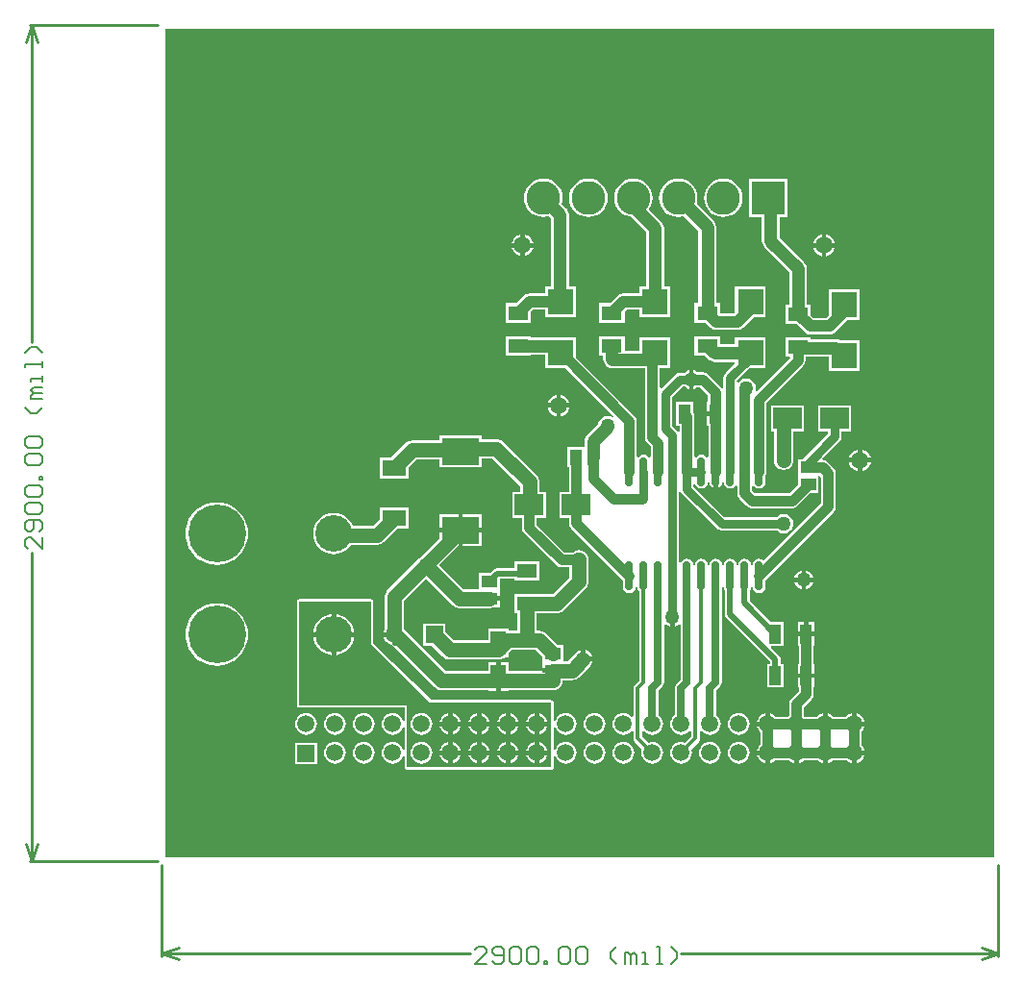
<source format=gtl>
%FSLAX42Y42*%
%MOMM*%
G71*
G01*
G75*
G04 Layer_Physical_Order=1*
G04 Layer_Color=255*
%ADD10R,1.40X1.10*%
%ADD11R,1.10X1.70*%
%ADD12R,1.80X1.30*%
%ADD13R,2.30X2.30*%
%ADD14R,2.10X1.40*%
%ADD15R,3.30X2.40*%
%ADD16R,2.55X1.85*%
%ADD17R,1.35X2.15*%
%ADD18R,1.10X1.40*%
%ADD19O,0.70X2.60*%
%ADD20C,1.27*%
%ADD21C,0.76*%
%ADD22C,1.14*%
%ADD23C,1.02*%
%ADD24C,0.89*%
%ADD25C,0.51*%
%ADD26C,0.64*%
%ADD27C,0.38*%
%ADD28C,0.25*%
%ADD29C,0.10*%
%ADD30C,0.15*%
%ADD31C,1.52*%
%ADD32C,2.97*%
%ADD33R,2.97X2.97*%
%ADD34R,1.50X1.50*%
%ADD35C,1.50*%
%ADD36C,3.23*%
%ADD37C,5.08*%
%ADD38C,1.27*%
G36*
X12539Y7781D02*
X5241D01*
Y15079D01*
X12539D01*
Y7781D01*
D02*
G37*
%LPC*%
G36*
X5690Y10016D02*
X5647Y10013D01*
X5605Y10003D01*
X5565Y9986D01*
X5528Y9964D01*
X5495Y9935D01*
X5467Y9903D01*
X5444Y9866D01*
X5428Y9826D01*
X5418Y9784D01*
X5414Y9741D01*
X5418Y9698D01*
X5428Y9656D01*
X5444Y9616D01*
X5467Y9579D01*
X5495Y9546D01*
X5528Y9518D01*
X5565Y9496D01*
X5605Y9479D01*
X5647Y9469D01*
X5690Y9466D01*
X5733Y9469D01*
X5775Y9479D01*
X5815Y9496D01*
X5851Y9518D01*
X5884Y9546D01*
X5912Y9579D01*
X5935Y9616D01*
X5951Y9656D01*
X5961Y9698D01*
X5965Y9741D01*
X5961Y9784D01*
X5951Y9826D01*
X5935Y9866D01*
X5912Y9903D01*
X5884Y9935D01*
X5851Y9964D01*
X5815Y9986D01*
X5775Y10003D01*
X5733Y10013D01*
X5690Y10016D01*
D02*
G37*
G36*
X8936Y9607D02*
Y9545D01*
X8997D01*
X8997Y9547D01*
X8989Y9567D01*
X8975Y9585D01*
X8958Y9598D01*
X8937Y9607D01*
X8936Y9607D01*
D02*
G37*
G36*
X7234Y9721D02*
X7161D01*
X7162Y9716D01*
X7171Y9693D01*
X7187Y9673D01*
X7206Y9658D01*
X7230Y9648D01*
X7234Y9647D01*
Y9721D01*
D02*
G37*
G36*
X10955Y9728D02*
X10804D01*
Y9643D01*
X10813D01*
Y9485D01*
X10804D01*
Y9400D01*
X10955D01*
Y9485D01*
X10945D01*
Y9643D01*
X10955D01*
Y9728D01*
D02*
G37*
G36*
X11323Y9047D02*
Y8974D01*
X11396D01*
X11396Y8978D01*
X11386Y9002D01*
X11371Y9021D01*
X11351Y9037D01*
X11328Y9046D01*
X11323Y9047D01*
D02*
G37*
G36*
X7049Y10054D02*
X6414D01*
X6406Y10052D01*
X6399Y10048D01*
X6394Y10041D01*
X6393Y10033D01*
Y9119D01*
X6394Y9111D01*
X6399Y9104D01*
X6406Y9099D01*
X6414Y9098D01*
X7345D01*
Y8985D01*
X7330Y8982D01*
X7322Y9002D01*
X7307Y9021D01*
X7287Y9037D01*
X7264Y9046D01*
X7239Y9050D01*
X7214Y9046D01*
X7191Y9037D01*
X7171Y9021D01*
X7156Y9002D01*
X7146Y8978D01*
X7143Y8954D01*
X7146Y8929D01*
X7156Y8905D01*
X7171Y8886D01*
X7191Y8870D01*
X7214Y8861D01*
X7239Y8857D01*
X7264Y8861D01*
X7287Y8870D01*
X7307Y8886D01*
X7322Y8905D01*
X7330Y8925D01*
X7345Y8922D01*
Y8731D01*
X7330Y8728D01*
X7322Y8748D01*
X7307Y8767D01*
X7287Y8783D01*
X7264Y8792D01*
X7239Y8796D01*
X7214Y8792D01*
X7191Y8783D01*
X7171Y8767D01*
X7156Y8748D01*
X7146Y8724D01*
X7143Y8700D01*
X7146Y8675D01*
X7156Y8651D01*
X7171Y8632D01*
X7191Y8616D01*
X7214Y8607D01*
X7239Y8603D01*
X7264Y8607D01*
X7287Y8616D01*
X7307Y8632D01*
X7322Y8651D01*
X7330Y8671D01*
X7345Y8668D01*
Y8572D01*
X7347Y8565D01*
X7351Y8558D01*
X7358Y8553D01*
X7366Y8552D01*
X8636D01*
X8644Y8553D01*
X8651Y8558D01*
X8655Y8565D01*
X8657Y8572D01*
Y8668D01*
X8672Y8671D01*
X8680Y8651D01*
X8695Y8632D01*
X8715Y8616D01*
X8738Y8607D01*
X8763Y8603D01*
X8788Y8607D01*
X8811Y8616D01*
X8831Y8632D01*
X8846Y8651D01*
X8856Y8675D01*
X8859Y8700D01*
X8856Y8724D01*
X8846Y8748D01*
X8831Y8767D01*
X8811Y8783D01*
X8788Y8792D01*
X8763Y8796D01*
X8738Y8792D01*
X8715Y8783D01*
X8695Y8767D01*
X8680Y8748D01*
X8672Y8728D01*
X8657Y8731D01*
Y8922D01*
X8672Y8925D01*
X8680Y8905D01*
X8695Y8886D01*
X8715Y8870D01*
X8738Y8861D01*
X8763Y8857D01*
X8788Y8861D01*
X8811Y8870D01*
X8831Y8886D01*
X8846Y8905D01*
X8856Y8929D01*
X8859Y8954D01*
X8856Y8978D01*
X8846Y9002D01*
X8831Y9021D01*
X8811Y9037D01*
X8788Y9046D01*
X8763Y9050D01*
X8738Y9046D01*
X8715Y9037D01*
X8695Y9021D01*
X8680Y9002D01*
X8672Y8982D01*
X8657Y8985D01*
Y9144D01*
X8655Y9152D01*
X8651Y9159D01*
X8644Y9163D01*
X8636Y9165D01*
X7578D01*
X7069Y9661D01*
Y10033D01*
X7068Y10041D01*
X7063Y10048D01*
X7056Y10052D01*
X7049Y10054D01*
D02*
G37*
G36*
X10955Y9360D02*
X10804D01*
Y9275D01*
X10813D01*
Y9243D01*
X10748Y9178D01*
X10734Y9157D01*
X10729Y9131D01*
Y9023D01*
X10727Y9021D01*
X10726Y9020D01*
X10610D01*
X10609Y9021D01*
X10589Y9037D01*
X10566Y9046D01*
X10561Y9047D01*
Y8953D01*
X10541D01*
Y8933D01*
X10448D01*
X10448Y8929D01*
X10458Y8905D01*
X10473Y8886D01*
X10475Y8884D01*
Y8769D01*
X10473Y8767D01*
X10458Y8748D01*
X10448Y8724D01*
X10448Y8720D01*
X10541D01*
Y8700D01*
X10561D01*
Y8606D01*
X10566Y8607D01*
X10589Y8616D01*
X10609Y8632D01*
X10610Y8633D01*
X10726D01*
X10727Y8632D01*
X10747Y8616D01*
X10770Y8607D01*
X10775Y8606D01*
Y8700D01*
X10815D01*
Y8606D01*
X10820Y8607D01*
X10843Y8616D01*
X10863Y8632D01*
X10864Y8633D01*
X10980D01*
X10981Y8632D01*
X11001Y8616D01*
X11024Y8607D01*
X11029Y8606D01*
Y8700D01*
X11069D01*
Y8606D01*
X11074Y8607D01*
X11097Y8616D01*
X11117Y8632D01*
X11118Y8633D01*
X11234D01*
X11235Y8632D01*
X11255Y8616D01*
X11278Y8607D01*
X11283Y8606D01*
Y8700D01*
X11303D01*
Y8720D01*
X11396D01*
X11396Y8724D01*
X11386Y8748D01*
X11371Y8767D01*
X11369Y8769D01*
Y8884D01*
X11371Y8886D01*
X11386Y8905D01*
X11396Y8929D01*
X11396Y8933D01*
X11303D01*
Y8953D01*
X11283D01*
Y9047D01*
X11278Y9046D01*
X11255Y9037D01*
X11235Y9021D01*
X11234Y9020D01*
X11118D01*
X11117Y9021D01*
X11097Y9037D01*
X11074Y9046D01*
X11069Y9047D01*
Y8953D01*
X11029D01*
Y9047D01*
X11024Y9046D01*
X11001Y9037D01*
X10981Y9021D01*
X10980Y9020D01*
X10864D01*
X10863Y9021D01*
X10861Y9023D01*
Y9104D01*
X10926Y9169D01*
X10940Y9190D01*
X10945Y9215D01*
X10945Y9215D01*
X10945Y9215D01*
Y9215D01*
Y9275D01*
X10955D01*
Y9360D01*
D02*
G37*
G36*
X8021Y11495D02*
X7651D01*
Y11451D01*
X7409D01*
X7387Y11448D01*
X7377Y11444D01*
X7366Y11440D01*
X7349Y11426D01*
X7222Y11300D01*
X7126D01*
Y11119D01*
X7377D01*
Y11215D01*
X7444Y11282D01*
X7651D01*
Y11214D01*
X8021D01*
Y11295D01*
X8118D01*
X8361Y11052D01*
Y10997D01*
X8293D01*
Y10771D01*
X8375D01*
Y10685D01*
X8375Y10685D01*
X8375D01*
X8380Y10660D01*
X8395Y10638D01*
X8678Y10355D01*
X8700Y10340D01*
X8725Y10335D01*
X8793D01*
Y10246D01*
X8646Y10100D01*
X8530D01*
Y10100D01*
X8310D01*
Y9930D01*
X8336D01*
Y9775D01*
X8258D01*
Y9798D01*
X8082D01*
Y9691D01*
X7774D01*
X7700Y9765D01*
Y9836D01*
X7509D01*
Y9646D01*
X7580D01*
X7679Y9547D01*
X7679Y9547D01*
X7679D01*
X7679Y9547D01*
X7679D01*
X7679Y9547D01*
Y9547D01*
Y9547D01*
D01*
D01*
X7679D01*
Y9547D01*
X7697Y9533D01*
X7711Y9527D01*
X7717Y9525D01*
X7739Y9522D01*
X8170D01*
X8192Y9525D01*
X8204Y9530D01*
X8213Y9533D01*
X8224Y9542D01*
X8258D01*
Y9575D01*
X8289Y9606D01*
X8498D01*
X8558Y9545D01*
Y9499D01*
Y9445D01*
X8649D01*
Y9404D01*
X8558D01*
Y9419D01*
X8258D01*
Y9499D01*
X8191D01*
Y9371D01*
Y9243D01*
X8258D01*
Y9250D01*
X8649D01*
X8671Y9253D01*
X8691Y9261D01*
X8708Y9275D01*
X8722Y9292D01*
X8730Y9313D01*
X8733Y9335D01*
Y9340D01*
X8815D01*
X8837Y9343D01*
X8849Y9348D01*
X8857Y9351D01*
X8875Y9365D01*
X8875Y9365D01*
X8875Y9365D01*
X8975Y9465D01*
X8989Y9483D01*
X8995Y9497D01*
X8997Y9503D01*
X8997Y9505D01*
X8915D01*
Y9525D01*
X8895D01*
Y9607D01*
X8894Y9607D01*
X8888Y9604D01*
X8873Y9598D01*
X8856Y9585D01*
X8780Y9509D01*
X8739D01*
Y9650D01*
X8693D01*
X8593Y9750D01*
X8575Y9763D01*
X8567Y9767D01*
X8555Y9772D01*
X8533Y9775D01*
X8505D01*
Y9930D01*
X8530D01*
Y9930D01*
X8682D01*
X8703Y9933D01*
X8715Y9938D01*
X8724Y9942D01*
X8741Y9955D01*
X8741Y9955D01*
X8741Y9955D01*
X8937Y10151D01*
X8937Y10151D01*
X8937Y10151D01*
X8951Y10169D01*
X8956Y10183D01*
X8959Y10189D01*
X8962Y10211D01*
X8962Y10211D01*
X8962Y10211D01*
Y10211D01*
Y10401D01*
X8959Y10423D01*
X8951Y10444D01*
X8937Y10461D01*
X8920Y10475D01*
X8899Y10483D01*
X8877Y10486D01*
X8855Y10483D01*
X8835Y10475D01*
X8826Y10467D01*
X8752D01*
X8507Y10712D01*
Y10771D01*
X8589D01*
Y10997D01*
X8530D01*
Y11087D01*
X8527Y11109D01*
X8523Y11119D01*
X8519Y11129D01*
X8505Y11147D01*
X8213Y11439D01*
X8196Y11452D01*
X8187Y11456D01*
X8175Y11461D01*
X8153Y11464D01*
X8021D01*
Y11495D01*
D02*
G37*
G36*
X7816Y10639D02*
X7651D01*
Y10594D01*
X7471Y10415D01*
X7195Y10138D01*
X7181Y10120D01*
X7178Y10112D01*
X7173Y10100D01*
X7170Y10078D01*
Y9786D01*
X7162Y9766D01*
X7161Y9761D01*
X7255D01*
Y9741D01*
X7275D01*
Y9647D01*
X7254Y9645D01*
X7239Y9647D01*
X7611Y9275D01*
X7611Y9275D01*
X7611D01*
X7611Y9275D01*
X7611D01*
X7611Y9275D01*
Y9275D01*
Y9275D01*
D01*
D01*
X7611D01*
Y9275D01*
X7629Y9261D01*
X7639Y9257D01*
X7649Y9253D01*
X7671Y9250D01*
X8082D01*
Y9243D01*
X8150D01*
Y9371D01*
Y9499D01*
X8082D01*
Y9419D01*
X7706D01*
X7339Y9786D01*
X7339Y9786D01*
Y10043D01*
X7531Y10235D01*
X7767Y10000D01*
X7784Y9986D01*
X7794Y9982D01*
X7804Y9978D01*
X7826Y9975D01*
X8090D01*
X8112Y9978D01*
X8127Y9984D01*
X8180D01*
Y10039D01*
X8090D01*
Y10080D01*
X8180D01*
Y10134D01*
Y10233D01*
X8310D01*
Y10220D01*
X8530D01*
Y10390D01*
X8310D01*
Y10326D01*
X8160D01*
X8145Y10323D01*
X8142Y10323D01*
X8127Y10313D01*
X8099Y10285D01*
X8000D01*
Y10144D01*
X7861D01*
X7651Y10355D01*
X7815Y10519D01*
X7816D01*
Y10639D01*
D02*
G37*
G36*
X10838Y10305D02*
X10837Y10305D01*
X10816Y10297D01*
X10799Y10283D01*
X10785Y10266D01*
X10777Y10245D01*
X10777Y10244D01*
X10838D01*
Y10305D01*
D02*
G37*
G36*
X10940Y10203D02*
X10879D01*
Y10142D01*
X10880Y10142D01*
X10901Y10150D01*
X10918Y10164D01*
X10932Y10181D01*
X10940Y10202D01*
X10940Y10203D01*
D02*
G37*
G36*
X10859Y9854D02*
X10804D01*
Y9769D01*
X10859D01*
Y9854D01*
D02*
G37*
G36*
X10955D02*
X10900D01*
Y9769D01*
X10955D01*
Y9854D01*
D02*
G37*
G36*
X10838Y10203D02*
X10777D01*
X10777Y10202D01*
X10785Y10181D01*
X10799Y10164D01*
X10816Y10150D01*
X10837Y10142D01*
X10838Y10142D01*
Y10203D01*
D02*
G37*
G36*
X10521Y9047D02*
X10516Y9046D01*
X10493Y9037D01*
X10473Y9021D01*
X10458Y9002D01*
X10448Y8978D01*
X10448Y8974D01*
X10521D01*
Y9047D01*
D02*
G37*
G36*
X9271Y8796D02*
X9246Y8792D01*
X9223Y8783D01*
X9203Y8767D01*
X9188Y8748D01*
X9178Y8724D01*
X9175Y8700D01*
X9178Y8675D01*
X9188Y8651D01*
X9203Y8632D01*
X9223Y8616D01*
X9246Y8607D01*
X9271Y8603D01*
X9296Y8607D01*
X9319Y8616D01*
X9339Y8632D01*
X9354Y8651D01*
X9364Y8675D01*
X9367Y8700D01*
X9364Y8724D01*
X9354Y8748D01*
X9339Y8767D01*
X9319Y8783D01*
X9296Y8792D01*
X9271Y8796D01*
D02*
G37*
G36*
X10033D02*
X10008Y8792D01*
X9985Y8783D01*
X9965Y8767D01*
X9950Y8748D01*
X9940Y8724D01*
X9937Y8700D01*
X9940Y8675D01*
X9950Y8651D01*
X9965Y8632D01*
X9985Y8616D01*
X10008Y8607D01*
X10033Y8603D01*
X10058Y8607D01*
X10081Y8616D01*
X10101Y8632D01*
X10116Y8651D01*
X10126Y8675D01*
X10129Y8700D01*
X10126Y8724D01*
X10116Y8748D01*
X10101Y8767D01*
X10081Y8783D01*
X10058Y8792D01*
X10033Y8796D01*
D02*
G37*
G36*
X10287D02*
X10262Y8792D01*
X10239Y8783D01*
X10219Y8767D01*
X10204Y8748D01*
X10194Y8724D01*
X10191Y8700D01*
X10194Y8675D01*
X10204Y8651D01*
X10219Y8632D01*
X10239Y8616D01*
X10262Y8607D01*
X10287Y8603D01*
X10312Y8607D01*
X10335Y8616D01*
X10355Y8632D01*
X10370Y8651D01*
X10380Y8675D01*
X10383Y8700D01*
X10380Y8724D01*
X10370Y8748D01*
X10355Y8767D01*
X10335Y8783D01*
X10312Y8792D01*
X10287Y8796D01*
D02*
G37*
G36*
X9017D02*
X8992Y8792D01*
X8969Y8783D01*
X8949Y8767D01*
X8934Y8748D01*
X8924Y8724D01*
X8921Y8700D01*
X8924Y8675D01*
X8934Y8651D01*
X8949Y8632D01*
X8969Y8616D01*
X8992Y8607D01*
X9017Y8603D01*
X9042Y8607D01*
X9065Y8616D01*
X9085Y8632D01*
X9100Y8651D01*
X9110Y8675D01*
X9113Y8700D01*
X9110Y8724D01*
X9100Y8748D01*
X9085Y8767D01*
X9065Y8783D01*
X9042Y8792D01*
X9017Y8796D01*
D02*
G37*
G36*
X6572Y8790D02*
X6382D01*
Y8599D01*
X6572D01*
Y8790D01*
D02*
G37*
G36*
X6731Y8796D02*
X6706Y8792D01*
X6683Y8783D01*
X6663Y8767D01*
X6648Y8748D01*
X6638Y8724D01*
X6635Y8700D01*
X6638Y8675D01*
X6648Y8651D01*
X6663Y8632D01*
X6683Y8616D01*
X6706Y8607D01*
X6731Y8603D01*
X6756Y8607D01*
X6779Y8616D01*
X6799Y8632D01*
X6814Y8651D01*
X6824Y8675D01*
X6827Y8700D01*
X6824Y8724D01*
X6814Y8748D01*
X6799Y8767D01*
X6779Y8783D01*
X6756Y8792D01*
X6731Y8796D01*
D02*
G37*
G36*
X6985D02*
X6960Y8792D01*
X6937Y8783D01*
X6917Y8767D01*
X6902Y8748D01*
X6892Y8724D01*
X6889Y8700D01*
X6892Y8675D01*
X6902Y8651D01*
X6917Y8632D01*
X6937Y8616D01*
X6960Y8607D01*
X6985Y8603D01*
X7010Y8607D01*
X7033Y8616D01*
X7053Y8632D01*
X7068Y8651D01*
X7078Y8675D01*
X7081Y8700D01*
X7078Y8724D01*
X7068Y8748D01*
X7053Y8767D01*
X7033Y8783D01*
X7010Y8792D01*
X6985Y8796D01*
D02*
G37*
G36*
Y9050D02*
X6960Y9046D01*
X6937Y9037D01*
X6917Y9021D01*
X6902Y9002D01*
X6892Y8978D01*
X6889Y8954D01*
X6892Y8929D01*
X6902Y8905D01*
X6917Y8886D01*
X6937Y8870D01*
X6960Y8861D01*
X6985Y8857D01*
X7010Y8861D01*
X7033Y8870D01*
X7053Y8886D01*
X7068Y8905D01*
X7078Y8929D01*
X7081Y8954D01*
X7078Y8978D01*
X7068Y9002D01*
X7053Y9021D01*
X7033Y9037D01*
X7010Y9046D01*
X6985Y9050D01*
D02*
G37*
G36*
X9017D02*
X8992Y9046D01*
X8969Y9037D01*
X8949Y9021D01*
X8934Y9002D01*
X8924Y8978D01*
X8921Y8954D01*
X8924Y8929D01*
X8934Y8905D01*
X8949Y8886D01*
X8969Y8870D01*
X8992Y8861D01*
X9017Y8857D01*
X9042Y8861D01*
X9065Y8870D01*
X9085Y8886D01*
X9100Y8905D01*
X9110Y8929D01*
X9113Y8954D01*
X9110Y8978D01*
X9100Y9002D01*
X9085Y9021D01*
X9065Y9037D01*
X9042Y9046D01*
X9017Y9050D01*
D02*
G37*
G36*
X10287D02*
X10262Y9046D01*
X10239Y9037D01*
X10219Y9021D01*
X10204Y9002D01*
X10194Y8978D01*
X10191Y8954D01*
X10194Y8929D01*
X10204Y8905D01*
X10219Y8886D01*
X10239Y8870D01*
X10262Y8861D01*
X10287Y8857D01*
X10312Y8861D01*
X10335Y8870D01*
X10355Y8886D01*
X10370Y8905D01*
X10380Y8929D01*
X10383Y8954D01*
X10380Y8978D01*
X10370Y9002D01*
X10355Y9021D01*
X10335Y9037D01*
X10312Y9046D01*
X10287Y9050D01*
D02*
G37*
G36*
X6731D02*
X6706Y9046D01*
X6683Y9037D01*
X6663Y9021D01*
X6648Y9002D01*
X6638Y8978D01*
X6635Y8954D01*
X6638Y8929D01*
X6648Y8905D01*
X6663Y8886D01*
X6683Y8870D01*
X6706Y8861D01*
X6731Y8857D01*
X6756Y8861D01*
X6779Y8870D01*
X6799Y8886D01*
X6814Y8905D01*
X6824Y8929D01*
X6827Y8954D01*
X6824Y8978D01*
X6814Y9002D01*
X6799Y9021D01*
X6779Y9037D01*
X6756Y9046D01*
X6731Y9050D01*
D02*
G37*
G36*
X10521Y8679D02*
X10448D01*
X10448Y8675D01*
X10458Y8651D01*
X10473Y8632D01*
X10493Y8616D01*
X10516Y8607D01*
X10521Y8606D01*
Y8679D01*
D02*
G37*
G36*
X11396D02*
X11323D01*
Y8606D01*
X11328Y8607D01*
X11351Y8616D01*
X11371Y8632D01*
X11386Y8651D01*
X11396Y8675D01*
X11396Y8679D01*
D02*
G37*
G36*
X6477Y9050D02*
X6452Y9046D01*
X6429Y9037D01*
X6409Y9021D01*
X6394Y9002D01*
X6384Y8978D01*
X6381Y8954D01*
X6384Y8929D01*
X6394Y8905D01*
X6409Y8886D01*
X6429Y8870D01*
X6452Y8861D01*
X6477Y8857D01*
X6502Y8861D01*
X6525Y8870D01*
X6545Y8886D01*
X6560Y8905D01*
X6570Y8929D01*
X6573Y8954D01*
X6570Y8978D01*
X6560Y9002D01*
X6545Y9021D01*
X6525Y9037D01*
X6502Y9046D01*
X6477Y9050D01*
D02*
G37*
G36*
X10879Y10305D02*
Y10244D01*
X10940D01*
X10940Y10245D01*
X10932Y10266D01*
X10918Y10283D01*
X10901Y10297D01*
X10880Y10305D01*
X10879Y10305D01*
D02*
G37*
G36*
X8402Y13265D02*
Y13190D01*
X8477D01*
X8476Y13195D01*
X8466Y13219D01*
X8451Y13239D01*
X8431Y13254D01*
X8407Y13264D01*
X8402Y13265D01*
D02*
G37*
G36*
X8362D02*
X8357Y13264D01*
X8333Y13254D01*
X8313Y13239D01*
X8298Y13219D01*
X8288Y13195D01*
X8287Y13190D01*
X8362D01*
Y13265D01*
D02*
G37*
G36*
X11131Y13150D02*
X11057D01*
Y13075D01*
X11061Y13076D01*
X11085Y13086D01*
X11105Y13101D01*
X11121Y13121D01*
X11130Y13145D01*
X11131Y13150D01*
D02*
G37*
G36*
X11016Y13265D02*
X11011Y13264D01*
X10988Y13254D01*
X10967Y13239D01*
X10952Y13219D01*
X10942Y13195D01*
X10942Y13190D01*
X11016D01*
Y13265D01*
D02*
G37*
G36*
X8794Y11740D02*
X8720D01*
Y11666D01*
X8725Y11666D01*
X8748Y11676D01*
X8768Y11691D01*
X8784Y11712D01*
X8794Y11735D01*
X8794Y11740D01*
D02*
G37*
G36*
X8679Y11855D02*
X8674Y11854D01*
X8651Y11845D01*
X8631Y11829D01*
X8615Y11809D01*
X8605Y11785D01*
X8605Y11781D01*
X8679D01*
Y11855D01*
D02*
G37*
G36*
X8720D02*
Y11781D01*
X8794D01*
X8794Y11785D01*
X8784Y11809D01*
X8768Y11829D01*
X8748Y11845D01*
X8725Y11854D01*
X8720Y11855D01*
D02*
G37*
G36*
X11016Y13150D02*
X10942D01*
X10942Y13145D01*
X10952Y13121D01*
X10967Y13101D01*
X10988Y13086D01*
X11011Y13076D01*
X11016Y13075D01*
Y13150D01*
D02*
G37*
G36*
X9754Y13759D02*
X9720Y13755D01*
X9689Y13746D01*
X9659Y13730D01*
X9634Y13709D01*
X9612Y13683D01*
X9597Y13654D01*
X9587Y13622D01*
X9584Y13589D01*
X9587Y13556D01*
X9597Y13524D01*
X9612Y13495D01*
X9634Y13469D01*
X9659Y13448D01*
X9689Y13432D01*
X9720Y13423D01*
X9754Y13419D01*
X9787Y13423D01*
X9804Y13428D01*
X9929Y13303D01*
Y12661D01*
X9897D01*
Y12491D01*
X9991D01*
X10036Y12446D01*
X10051Y12435D01*
X10060Y12431D01*
X10068Y12428D01*
X10087Y12425D01*
X10274D01*
X10293Y12428D01*
X10298Y12430D01*
X10310Y12435D01*
X10325Y12446D01*
X10415Y12536D01*
X10524D01*
Y12806D01*
X10253D01*
Y12577D01*
X10245Y12569D01*
X10118D01*
Y12661D01*
X10086D01*
Y13335D01*
X10083Y13355D01*
X10075Y13374D01*
X10063Y13390D01*
X9915Y13538D01*
X9920Y13556D01*
X9923Y13589D01*
X9920Y13622D01*
X9910Y13654D01*
X9895Y13683D01*
X9874Y13709D01*
X9848Y13730D01*
X9819Y13746D01*
X9787Y13755D01*
X9754Y13759D01*
D02*
G37*
G36*
X8566D02*
X8532Y13755D01*
X8501Y13746D01*
X8471Y13730D01*
X8446Y13709D01*
X8424Y13683D01*
X8409Y13654D01*
X8399Y13622D01*
X8396Y13589D01*
X8399Y13556D01*
X8409Y13524D01*
X8424Y13495D01*
X8446Y13469D01*
X8471Y13448D01*
X8501Y13432D01*
X8532Y13423D01*
X8566Y13419D01*
X8599Y13423D01*
X8616Y13428D01*
X8634Y13410D01*
Y12806D01*
X8585D01*
Y12746D01*
X8443D01*
X8424Y12744D01*
X8414Y12740D01*
X8407Y12737D01*
X8392Y12725D01*
X8328Y12661D01*
X8234D01*
Y12491D01*
X8454D01*
Y12585D01*
X8472Y12603D01*
X8585D01*
Y12536D01*
X8856D01*
Y12806D01*
X8790D01*
Y13442D01*
X8790Y13442D01*
X8788Y13463D01*
X8780Y13481D01*
X8773Y13491D01*
X8767Y13498D01*
X8767Y13498D01*
X8727Y13538D01*
X8732Y13556D01*
X8735Y13589D01*
X8732Y13622D01*
X8722Y13654D01*
X8707Y13683D01*
X8686Y13709D01*
X8660Y13730D01*
X8631Y13746D01*
X8599Y13755D01*
X8566Y13759D01*
D02*
G37*
G36*
X9358D02*
X9324Y13755D01*
X9293Y13746D01*
X9263Y13730D01*
X9238Y13709D01*
X9216Y13683D01*
X9201Y13654D01*
X9191Y13622D01*
X9188Y13589D01*
X9191Y13556D01*
X9201Y13524D01*
X9216Y13495D01*
X9238Y13469D01*
X9263Y13448D01*
X9293Y13432D01*
X9324Y13423D01*
X9341Y13421D01*
X9472Y13290D01*
Y12806D01*
X9415D01*
Y12746D01*
X9268D01*
X9249Y12744D01*
X9239Y12740D01*
X9232Y12737D01*
X9217Y12725D01*
X9153Y12661D01*
X9059D01*
Y12491D01*
X9280D01*
Y12585D01*
X9298Y12603D01*
X9415D01*
Y12536D01*
X9686D01*
Y12806D01*
X9629D01*
Y13322D01*
X9629Y13322D01*
X9626Y13343D01*
X9618Y13361D01*
X9606Y13378D01*
X9494Y13489D01*
X9499Y13495D01*
X9514Y13524D01*
X9524Y13556D01*
X9527Y13589D01*
X9524Y13622D01*
X9514Y13654D01*
X9499Y13683D01*
X9478Y13709D01*
X9452Y13730D01*
X9423Y13746D01*
X9391Y13755D01*
X9358Y13759D01*
D02*
G37*
G36*
X10715Y13758D02*
X10377D01*
Y13420D01*
X10488D01*
Y13208D01*
X10488Y13208D01*
X10488D01*
X10491Y13188D01*
X10499Y13169D01*
X10511Y13153D01*
X10730Y12934D01*
Y12651D01*
X10697D01*
Y12480D01*
X10792D01*
X10864Y12408D01*
X10879Y12397D01*
X10896Y12389D01*
X10915Y12387D01*
X11087D01*
X11106Y12389D01*
X11111Y12392D01*
X11123Y12397D01*
X11138Y12408D01*
X11240Y12510D01*
X11349D01*
Y12781D01*
X11079D01*
Y12552D01*
X11057Y12530D01*
X10944D01*
X10918Y12557D01*
Y12651D01*
X10886D01*
Y12967D01*
X10883Y12987D01*
X10875Y13006D01*
X10863Y13022D01*
X10863Y13022D01*
X10645Y13240D01*
Y13420D01*
X10715D01*
Y13758D01*
D02*
G37*
G36*
X8477Y13150D02*
X8402D01*
Y13075D01*
X8407Y13076D01*
X8431Y13086D01*
X8451Y13101D01*
X8466Y13121D01*
X8476Y13145D01*
X8477Y13150D01*
D02*
G37*
G36*
X8362D02*
X8287D01*
X8288Y13145D01*
X8298Y13121D01*
X8313Y13101D01*
X8333Y13086D01*
X8357Y13076D01*
X8362Y13075D01*
Y13150D01*
D02*
G37*
G36*
X10118Y12371D02*
X9897D01*
Y12201D01*
X9982D01*
X10017Y12166D01*
X10017Y12166D01*
X10024Y12160D01*
X10034Y12153D01*
X10052Y12146D01*
X10073Y12143D01*
X10073Y12143D01*
X10253D01*
Y12128D01*
X10169Y12044D01*
X10156Y12024D01*
X10151Y12001D01*
Y11914D01*
X10137Y11910D01*
X10126Y11926D01*
X10016Y12035D01*
X9995Y12050D01*
X9969Y12055D01*
X9920D01*
X9910Y12062D01*
X9890Y12070D01*
X9888Y12071D01*
Y11989D01*
Y11907D01*
X9890Y11907D01*
X9910Y11916D01*
X9920Y11923D01*
X9942D01*
X10013Y11852D01*
Y11789D01*
X10004D01*
Y11704D01*
X10079D01*
Y11664D01*
X10004D01*
Y11579D01*
X10018D01*
Y11308D01*
X10003Y11304D01*
X9997Y11314D01*
X9978Y11326D01*
X9957Y11330D01*
X9935Y11326D01*
X9917Y11314D01*
X9910Y11304D01*
X9896Y11308D01*
Y11663D01*
X9891Y11689D01*
X9884Y11698D01*
Y11789D01*
X9734D01*
Y11579D01*
X9764D01*
Y11534D01*
X9749Y11529D01*
X9745Y11536D01*
X9699Y11582D01*
Y11837D01*
X9791Y11929D01*
X9808D01*
X9808Y11929D01*
X9826Y11916D01*
X9846Y11907D01*
X9848Y11907D01*
Y11989D01*
Y12071D01*
X9846Y12070D01*
X9826Y12062D01*
X9808Y12049D01*
X9808Y12048D01*
X9766D01*
X9744Y12044D01*
X9724Y12031D01*
X9605Y11912D01*
X9591Y11918D01*
Y12086D01*
X9686D01*
Y12356D01*
X9415D01*
Y12245D01*
X9280D01*
Y12371D01*
X9059D01*
Y12201D01*
X9091D01*
Y12167D01*
X9094Y12146D01*
X9102Y12128D01*
X9114Y12111D01*
X9130Y12099D01*
X9149Y12091D01*
X9169Y12088D01*
X9415D01*
Y12086D01*
X9459D01*
Y11481D01*
X9459Y11481D01*
X9459D01*
X9464Y11456D01*
X9478Y11434D01*
X9510Y11403D01*
Y11308D01*
X9495Y11304D01*
X9489Y11314D01*
X9470Y11326D01*
X9449Y11330D01*
X9427Y11326D01*
X9409Y11314D01*
X9402Y11304D01*
X9388Y11308D01*
Y11621D01*
X9383Y11646D01*
X9368Y11667D01*
X8856Y12180D01*
Y12356D01*
X8688D01*
X8675Y12361D01*
X8655Y12364D01*
X8454D01*
Y12371D01*
X8234D01*
Y12201D01*
X8454D01*
Y12208D01*
X8585D01*
Y12086D01*
X8763D01*
X9180Y11669D01*
X9171Y11657D01*
X9153Y11664D01*
X9131Y11667D01*
X9109Y11664D01*
X9089Y11656D01*
X9072Y11642D01*
X9058Y11625D01*
X9050Y11604D01*
X9049Y11598D01*
X8948Y11497D01*
X8935Y11481D01*
X8928Y11462D01*
X8925Y11442D01*
Y11393D01*
X8778D01*
Y11213D01*
X8790D01*
Y10997D01*
X8708D01*
Y10771D01*
X8790D01*
Y10724D01*
X8790Y10724D01*
X8790D01*
X8795Y10699D01*
X8810Y10678D01*
X9265Y10222D01*
Y10164D01*
X9270Y10142D01*
X9282Y10124D01*
X9300Y10112D01*
X9322Y10107D01*
X9343Y10112D01*
X9362Y10124D01*
X9374Y10142D01*
X9378Y10161D01*
X9393D01*
X9397Y10142D01*
X9409Y10124D01*
Y9338D01*
X9370Y9299D01*
X9361Y9286D01*
X9358Y9271D01*
Y9021D01*
X9343Y9016D01*
X9339Y9021D01*
X9319Y9037D01*
X9296Y9046D01*
X9271Y9050D01*
X9246Y9046D01*
X9223Y9037D01*
X9203Y9021D01*
X9188Y9002D01*
X9178Y8978D01*
X9175Y8954D01*
X9178Y8929D01*
X9188Y8905D01*
X9203Y8886D01*
X9223Y8870D01*
X9246Y8861D01*
X9271Y8857D01*
X9296Y8861D01*
X9319Y8870D01*
X9339Y8886D01*
X9343Y8891D01*
X9358Y8886D01*
Y8826D01*
X9358Y8826D01*
X9358D01*
X9361Y8811D01*
X9370Y8798D01*
X9435Y8732D01*
X9432Y8724D01*
X9429Y8700D01*
X9432Y8675D01*
X9442Y8651D01*
X9457Y8632D01*
X9477Y8616D01*
X9500Y8607D01*
X9525Y8603D01*
X9550Y8607D01*
X9573Y8616D01*
X9593Y8632D01*
X9608Y8651D01*
X9618Y8675D01*
X9621Y8700D01*
X9618Y8724D01*
X9608Y8748D01*
X9593Y8767D01*
X9573Y8783D01*
X9550Y8792D01*
X9525Y8796D01*
X9500Y8792D01*
X9492Y8789D01*
X9438Y8843D01*
Y8886D01*
X9453Y8891D01*
X9457Y8886D01*
X9477Y8870D01*
X9500Y8861D01*
X9525Y8857D01*
X9550Y8861D01*
X9573Y8870D01*
X9593Y8886D01*
X9608Y8905D01*
X9618Y8929D01*
X9621Y8954D01*
X9618Y8978D01*
X9608Y9002D01*
X9593Y9021D01*
X9578Y9033D01*
Y9249D01*
X9612Y9283D01*
X9612Y9283D01*
X9624Y9300D01*
X9628Y9321D01*
X9628Y9321D01*
Y9830D01*
X9642Y9835D01*
X9643Y9834D01*
X9661Y9820D01*
X9681Y9812D01*
X9682Y9811D01*
Y9893D01*
X9723D01*
Y9811D01*
X9725Y9812D01*
X9745Y9820D01*
X9763Y9834D01*
X9777Y9823D01*
Y9344D01*
X9741Y9309D01*
X9730Y9291D01*
X9726Y9271D01*
X9726Y9271D01*
Y9033D01*
X9711Y9021D01*
X9696Y9002D01*
X9686Y8978D01*
X9683Y8954D01*
X9686Y8929D01*
X9696Y8905D01*
X9711Y8886D01*
X9731Y8870D01*
X9754Y8861D01*
X9779Y8857D01*
X9804Y8861D01*
X9827Y8870D01*
X9847Y8886D01*
X9851Y8891D01*
X9866Y8886D01*
Y8843D01*
X9812Y8789D01*
X9804Y8792D01*
X9779Y8796D01*
X9754Y8792D01*
X9731Y8783D01*
X9711Y8767D01*
X9696Y8748D01*
X9686Y8724D01*
X9683Y8700D01*
X9686Y8675D01*
X9696Y8651D01*
X9711Y8632D01*
X9731Y8616D01*
X9754Y8607D01*
X9779Y8603D01*
X9804Y8607D01*
X9827Y8616D01*
X9847Y8632D01*
X9862Y8651D01*
X9872Y8675D01*
X9875Y8700D01*
X9872Y8724D01*
X9869Y8732D01*
X9934Y8798D01*
X9943Y8811D01*
X9946Y8826D01*
Y8886D01*
X9961Y8891D01*
X9965Y8886D01*
X9985Y8870D01*
X10008Y8861D01*
X10033Y8857D01*
X10058Y8861D01*
X10081Y8870D01*
X10101Y8886D01*
X10116Y8905D01*
X10126Y8929D01*
X10129Y8954D01*
X10126Y8978D01*
X10116Y9002D01*
X10101Y9021D01*
X10086Y9033D01*
Y9249D01*
X10121Y9284D01*
X10121Y9284D01*
X10133Y9301D01*
X10133Y9301D01*
X10133Y9301D01*
X10137Y9322D01*
X10137Y9322D01*
Y10147D01*
X10140Y10161D01*
X10155D01*
X10159Y10142D01*
X10164Y10134D01*
Y9919D01*
X10167Y9904D01*
X10168Y9901D01*
X10178Y9886D01*
X10563Y9501D01*
Y9485D01*
X10534D01*
Y9275D01*
X10685D01*
Y9485D01*
X10656D01*
Y9520D01*
X10652Y9538D01*
X10642Y9553D01*
X10567Y9629D01*
X10572Y9643D01*
X10685D01*
Y9854D01*
X10570D01*
X10384Y10039D01*
Y10134D01*
X10390Y10142D01*
X10394Y10161D01*
X10409D01*
X10413Y10142D01*
X10425Y10124D01*
X10443Y10112D01*
X10465Y10107D01*
X10486Y10112D01*
X10505Y10124D01*
X10517Y10142D01*
X10521Y10164D01*
Y10222D01*
X11121Y10822D01*
X11135Y10843D01*
X11140Y10868D01*
X11140Y10868D01*
X11140Y10868D01*
Y10868D01*
Y11163D01*
X11135Y11189D01*
X11121Y11210D01*
X11071Y11260D01*
X11050Y11274D01*
X11025Y11279D01*
X11020Y11291D01*
X11172Y11443D01*
X11185Y11462D01*
X11189Y11485D01*
X11189Y11485D01*
X11189Y11485D01*
Y11485D01*
Y11533D01*
X11277D01*
Y11759D01*
X10982D01*
Y11533D01*
X11070D01*
Y11510D01*
X10854Y11294D01*
X10850Y11288D01*
X10806D01*
Y11138D01*
Y11066D01*
X10728Y10988D01*
X10429D01*
X10404Y11013D01*
Y11049D01*
X10418Y11054D01*
X10425Y11044D01*
X10443Y11032D01*
X10465Y11027D01*
X10486Y11032D01*
X10505Y11044D01*
X10517Y11062D01*
X10521Y11084D01*
Y11147D01*
X10526Y11154D01*
X10531Y11179D01*
Y11784D01*
X10854Y12107D01*
X10869Y12129D01*
X10874Y12154D01*
X10874Y12154D01*
X10874Y12154D01*
Y12154D01*
Y12190D01*
X11079D01*
Y12060D01*
X11349D01*
Y12331D01*
X11187D01*
X11181Y12336D01*
X11162Y12344D01*
X11142Y12346D01*
X10918D01*
Y12361D01*
X10697D01*
Y12190D01*
X10731D01*
X10737Y12176D01*
X10446Y11886D01*
X10432Y11892D01*
X10435Y11913D01*
X10432Y11934D01*
X10424Y11955D01*
X10410Y11972D01*
X10393Y11986D01*
X10372Y11994D01*
X10350Y11997D01*
X10329Y11994D01*
X10308Y11986D01*
X10291Y11972D01*
X10285Y11965D01*
X10270Y11970D01*
Y11977D01*
X10379Y12086D01*
X10524D01*
Y12356D01*
X10253D01*
Y12299D01*
X10118D01*
Y12371D01*
D02*
G37*
G36*
X8679Y11740D02*
X8605D01*
X8605Y11735D01*
X8615Y11712D01*
X8631Y11691D01*
X8651Y11676D01*
X8674Y11666D01*
X8679Y11666D01*
Y11740D01*
D02*
G37*
G36*
X11333Y11257D02*
X11259D01*
X11260Y11252D01*
X11269Y11229D01*
X11285Y11209D01*
X11305Y11193D01*
X11329Y11184D01*
X11333Y11183D01*
Y11257D01*
D02*
G37*
G36*
X10150Y13759D02*
X10116Y13755D01*
X10085Y13746D01*
X10055Y13730D01*
X10030Y13709D01*
X10008Y13683D01*
X9993Y13654D01*
X9983Y13622D01*
X9980Y13589D01*
X9983Y13556D01*
X9993Y13524D01*
X10008Y13495D01*
X10030Y13469D01*
X10055Y13448D01*
X10085Y13432D01*
X10116Y13423D01*
X10150Y13419D01*
X10183Y13423D01*
X10215Y13432D01*
X10244Y13448D01*
X10270Y13469D01*
X10291Y13495D01*
X10306Y13524D01*
X10316Y13556D01*
X10319Y13589D01*
X10316Y13622D01*
X10306Y13654D01*
X10291Y13683D01*
X10270Y13709D01*
X10244Y13730D01*
X10215Y13746D01*
X10183Y13755D01*
X10150Y13759D01*
D02*
G37*
G36*
X7816Y10800D02*
X7651D01*
Y10680D01*
X7816D01*
Y10800D01*
D02*
G37*
G36*
X8021Y10639D02*
X7856D01*
Y10519D01*
X8021D01*
Y10639D01*
D02*
G37*
G36*
X5690Y10906D02*
X5647Y10903D01*
X5605Y10893D01*
X5565Y10876D01*
X5528Y10854D01*
X5495Y10825D01*
X5467Y10793D01*
X5444Y10756D01*
X5428Y10716D01*
X5418Y10674D01*
X5414Y10631D01*
X5418Y10588D01*
X5428Y10546D01*
X5444Y10506D01*
X5467Y10469D01*
X5495Y10436D01*
X5528Y10408D01*
X5565Y10386D01*
X5605Y10369D01*
X5647Y10359D01*
X5690Y10356D01*
X5733Y10359D01*
X5775Y10369D01*
X5815Y10386D01*
X5851Y10408D01*
X5884Y10436D01*
X5912Y10469D01*
X5935Y10506D01*
X5951Y10546D01*
X5961Y10588D01*
X5965Y10631D01*
X5961Y10674D01*
X5951Y10716D01*
X5935Y10756D01*
X5912Y10793D01*
X5884Y10825D01*
X5851Y10854D01*
X5815Y10876D01*
X5775Y10893D01*
X5733Y10903D01*
X5690Y10906D01*
D02*
G37*
G36*
X7377Y10860D02*
X7126D01*
Y10764D01*
X7065Y10703D01*
X6887D01*
X6871Y10732D01*
X6849Y10760D01*
X6821Y10783D01*
X6789Y10799D01*
X6755Y10810D01*
X6720Y10813D01*
X6684Y10810D01*
X6650Y10799D01*
X6618Y10783D01*
X6591Y10760D01*
X6568Y10732D01*
X6551Y10701D01*
X6541Y10667D01*
X6537Y10631D01*
X6541Y10595D01*
X6551Y10561D01*
X6568Y10530D01*
X6591Y10502D01*
X6618Y10479D01*
X6650Y10462D01*
X6684Y10452D01*
X6720Y10448D01*
X6755Y10452D01*
X6789Y10462D01*
X6821Y10479D01*
X6849Y10502D01*
X6871Y10530D01*
X6874Y10534D01*
X7100D01*
X7122Y10537D01*
X7134Y10541D01*
X7143Y10545D01*
X7160Y10558D01*
X7160Y10558D01*
X7160Y10558D01*
X7281Y10679D01*
X7377D01*
Y10860D01*
D02*
G37*
G36*
X11448Y11257D02*
X11374D01*
Y11183D01*
X11379Y11184D01*
X11402Y11193D01*
X11423Y11209D01*
X11438Y11229D01*
X11448Y11252D01*
X11448Y11257D01*
D02*
G37*
G36*
X10862Y11759D02*
X10567D01*
Y11533D01*
X10596D01*
Y11278D01*
X10596Y11278D01*
X10596D01*
X10599Y11256D01*
X10607Y11235D01*
X10621Y11218D01*
X10638Y11204D01*
X10659Y11196D01*
X10681Y11193D01*
X10703Y11196D01*
X10723Y11204D01*
X10740Y11218D01*
X10754Y11235D01*
X10762Y11256D01*
X10765Y11278D01*
Y11533D01*
X10862D01*
Y11759D01*
D02*
G37*
G36*
X11333Y11372D02*
X11329Y11372D01*
X11305Y11362D01*
X11285Y11346D01*
X11269Y11326D01*
X11260Y11303D01*
X11259Y11298D01*
X11333D01*
Y11372D01*
D02*
G37*
G36*
X11374D02*
Y11298D01*
X11448D01*
X11448Y11303D01*
X11438Y11326D01*
X11423Y11346D01*
X11402Y11362D01*
X11379Y11372D01*
X11374Y11372D01*
D02*
G37*
G36*
X8962Y13759D02*
X8928Y13755D01*
X8897Y13746D01*
X8867Y13730D01*
X8842Y13709D01*
X8820Y13683D01*
X8805Y13654D01*
X8795Y13622D01*
X8792Y13589D01*
X8795Y13556D01*
X8805Y13524D01*
X8820Y13495D01*
X8842Y13469D01*
X8867Y13448D01*
X8897Y13432D01*
X8928Y13423D01*
X8962Y13419D01*
X8995Y13423D01*
X9027Y13432D01*
X9056Y13448D01*
X9082Y13469D01*
X9103Y13495D01*
X9118Y13524D01*
X9128Y13556D01*
X9131Y13589D01*
X9128Y13622D01*
X9118Y13654D01*
X9103Y13683D01*
X9082Y13709D01*
X9056Y13730D01*
X9027Y13746D01*
X8995Y13755D01*
X8962Y13759D01*
D02*
G37*
G36*
X8021Y10800D02*
X7856D01*
Y10680D01*
X8021D01*
Y10800D01*
D02*
G37*
G36*
X11057Y13265D02*
Y13190D01*
X11131D01*
X11130Y13195D01*
X11121Y13219D01*
X11105Y13239D01*
X11085Y13254D01*
X11061Y13264D01*
X11057Y13265D01*
D02*
G37*
%LPD*%
G36*
X10104Y11031D02*
X10105Y11032D01*
X10124Y11044D01*
X10136Y11062D01*
X10140Y11081D01*
X10155D01*
X10159Y11062D01*
X10171Y11044D01*
X10189Y11032D01*
X10211Y11027D01*
X10232Y11032D01*
X10251Y11044D01*
X10257Y11054D01*
X10272Y11049D01*
Y10986D01*
X10272Y10986D01*
X10272D01*
X10277Y10960D01*
X10291Y10939D01*
X10355Y10875D01*
X10376Y10861D01*
X10401Y10856D01*
X10756D01*
X10781Y10861D01*
X10802Y10875D01*
X10802Y10875D01*
X10802Y10875D01*
X10915Y10988D01*
X10987D01*
Y11137D01*
X10987Y11138D01*
X10998D01*
X11008Y11127D01*
Y10896D01*
X10506Y10394D01*
X10505Y10394D01*
X10486Y10406D01*
X10465Y10410D01*
X10443Y10406D01*
X10425Y10394D01*
X10413Y10375D01*
X10409Y10356D01*
X10394D01*
X10390Y10375D01*
X10378Y10394D01*
X10359Y10406D01*
X10338Y10410D01*
X10316Y10406D01*
X10298Y10394D01*
X10286Y10375D01*
X10282Y10356D01*
X10267D01*
X10263Y10375D01*
X10251Y10394D01*
X10232Y10406D01*
X10211Y10410D01*
X10189Y10406D01*
X10171Y10394D01*
X10159Y10375D01*
X10155Y10356D01*
X10140D01*
X10136Y10375D01*
X10124Y10394D01*
X10105Y10406D01*
X10084Y10410D01*
X10062Y10406D01*
X10044Y10394D01*
X10032Y10375D01*
X10028Y10356D01*
X10013D01*
X10009Y10375D01*
X9997Y10394D01*
X9978Y10406D01*
X9957Y10410D01*
X9935Y10406D01*
X9917Y10394D01*
X9905Y10375D01*
X9901Y10356D01*
X9886D01*
X9882Y10375D01*
X9870Y10394D01*
X9851Y10406D01*
X9830Y10410D01*
X9808Y10406D01*
X9790Y10394D01*
X9778Y10375D01*
X9778Y10375D01*
X9762Y10376D01*
Y10993D01*
X9777Y10998D01*
X9788Y10981D01*
X9788Y10981D01*
X9788Y10981D01*
X10092Y10677D01*
X10092Y10677D01*
X10092D01*
X10092Y10677D01*
X10092D01*
X10092Y10677D01*
Y10677D01*
Y10677D01*
D01*
D01*
X10092D01*
Y10677D01*
X10112Y10664D01*
X10135Y10659D01*
X10621D01*
X10621Y10659D01*
X10638Y10646D01*
X10659Y10637D01*
X10681Y10634D01*
X10703Y10637D01*
X10723Y10646D01*
X10740Y10659D01*
X10754Y10677D01*
X10762Y10697D01*
X10765Y10719D01*
X10762Y10741D01*
X10754Y10761D01*
X10740Y10779D01*
X10723Y10792D01*
X10703Y10800D01*
X10681Y10803D01*
X10659Y10800D01*
X10638Y10792D01*
X10621Y10779D01*
X10621Y10778D01*
X10159D01*
X9889Y11048D01*
Y11062D01*
X9905Y11063D01*
X9905Y11062D01*
X9917Y11044D01*
X9935Y11032D01*
X9957Y11027D01*
X9978Y11032D01*
X9997Y11044D01*
X10009Y11062D01*
X10013Y11081D01*
X10028D01*
X10032Y11062D01*
X10044Y11044D01*
X10062Y11032D01*
X10063Y11031D01*
Y11179D01*
X10104D01*
Y11031D01*
D02*
G37*
G36*
X7049Y9652D02*
X7569Y9144D01*
X8636D01*
Y8572D01*
X7366D01*
Y9119D01*
X6414D01*
Y10033D01*
X7049D01*
Y9652D01*
D02*
G37*
%LPC*%
G36*
X7981Y8793D02*
X7976Y8792D01*
X7953Y8783D01*
X7933Y8767D01*
X7918Y8748D01*
X7908Y8724D01*
X7908Y8720D01*
X7981D01*
Y8793D01*
D02*
G37*
G36*
X8021D02*
Y8720D01*
X8094D01*
X8094Y8724D01*
X8084Y8748D01*
X8069Y8767D01*
X8049Y8783D01*
X8026Y8792D01*
X8021Y8793D01*
D02*
G37*
G36*
X7727D02*
X7722Y8792D01*
X7699Y8783D01*
X7679Y8767D01*
X7664Y8748D01*
X7654Y8724D01*
X7654Y8720D01*
X7727D01*
Y8793D01*
D02*
G37*
G36*
X7767D02*
Y8720D01*
X7840D01*
X7840Y8724D01*
X7830Y8748D01*
X7815Y8767D01*
X7795Y8783D01*
X7772Y8792D01*
X7767Y8793D01*
D02*
G37*
G36*
X7840Y8679D02*
X7767D01*
Y8606D01*
X7772Y8607D01*
X7795Y8616D01*
X7815Y8632D01*
X7830Y8651D01*
X7840Y8675D01*
X7840Y8679D01*
D02*
G37*
G36*
X7981D02*
X7908D01*
X7908Y8675D01*
X7918Y8651D01*
X7933Y8632D01*
X7953Y8616D01*
X7976Y8607D01*
X7981Y8606D01*
Y8679D01*
D02*
G37*
G36*
X7493Y8796D02*
X7468Y8792D01*
X7445Y8783D01*
X7425Y8767D01*
X7410Y8748D01*
X7400Y8724D01*
X7397Y8700D01*
X7400Y8675D01*
X7410Y8651D01*
X7425Y8632D01*
X7445Y8616D01*
X7468Y8607D01*
X7493Y8603D01*
X7518Y8607D01*
X7541Y8616D01*
X7561Y8632D01*
X7576Y8651D01*
X7586Y8675D01*
X7589Y8700D01*
X7586Y8724D01*
X7576Y8748D01*
X7561Y8767D01*
X7541Y8783D01*
X7518Y8792D01*
X7493Y8796D01*
D02*
G37*
G36*
X7727Y8679D02*
X7654D01*
X7654Y8675D01*
X7664Y8651D01*
X7679Y8632D01*
X7699Y8616D01*
X7722Y8607D01*
X7727Y8606D01*
Y8679D01*
D02*
G37*
G36*
X8094D02*
X8021D01*
Y8606D01*
X8026Y8607D01*
X8049Y8616D01*
X8069Y8632D01*
X8084Y8651D01*
X8094Y8675D01*
X8094Y8679D01*
D02*
G37*
G36*
X8489D02*
X8416D01*
X8416Y8675D01*
X8426Y8651D01*
X8441Y8632D01*
X8461Y8616D01*
X8484Y8607D01*
X8489Y8606D01*
Y8679D01*
D02*
G37*
G36*
X8602D02*
X8529D01*
Y8606D01*
X8534Y8607D01*
X8557Y8616D01*
X8577Y8632D01*
X8592Y8651D01*
X8602Y8675D01*
X8602Y8679D01*
D02*
G37*
G36*
X8235D02*
X8162D01*
X8162Y8675D01*
X8172Y8651D01*
X8187Y8632D01*
X8207Y8616D01*
X8230Y8607D01*
X8235Y8606D01*
Y8679D01*
D02*
G37*
G36*
X8348D02*
X8275D01*
Y8606D01*
X8280Y8607D01*
X8303Y8616D01*
X8323Y8632D01*
X8338Y8651D01*
X8348Y8675D01*
X8348Y8679D01*
D02*
G37*
G36*
X8235Y8793D02*
X8230Y8792D01*
X8207Y8783D01*
X8187Y8767D01*
X8172Y8748D01*
X8162Y8724D01*
X8162Y8720D01*
X8235D01*
Y8793D01*
D02*
G37*
G36*
X8021Y9047D02*
Y8974D01*
X8094D01*
X8094Y8978D01*
X8084Y9002D01*
X8069Y9021D01*
X8049Y9037D01*
X8026Y9046D01*
X8021Y9047D01*
D02*
G37*
G36*
X8235D02*
X8230Y9046D01*
X8207Y9037D01*
X8187Y9021D01*
X8172Y9002D01*
X8162Y8978D01*
X8162Y8974D01*
X8235D01*
Y9047D01*
D02*
G37*
G36*
X8275D02*
Y8974D01*
X8348D01*
X8348Y8978D01*
X8338Y9002D01*
X8323Y9021D01*
X8303Y9037D01*
X8280Y9046D01*
X8275Y9047D01*
D02*
G37*
G36*
X7727D02*
X7722Y9046D01*
X7699Y9037D01*
X7679Y9021D01*
X7664Y9002D01*
X7654Y8978D01*
X7654Y8974D01*
X7727D01*
Y9047D01*
D02*
G37*
G36*
X7767D02*
Y8974D01*
X7840D01*
X7840Y8978D01*
X7830Y9002D01*
X7815Y9021D01*
X7795Y9037D01*
X7772Y9046D01*
X7767Y9047D01*
D02*
G37*
G36*
X7981D02*
X7976Y9046D01*
X7953Y9037D01*
X7933Y9021D01*
X7918Y9002D01*
X7908Y8978D01*
X7908Y8974D01*
X7981D01*
Y9047D01*
D02*
G37*
G36*
X6900Y9721D02*
X6740D01*
Y9560D01*
X6755Y9562D01*
X6789Y9572D01*
X6821Y9589D01*
X6849Y9612D01*
X6871Y9640D01*
X6888Y9671D01*
X6899Y9705D01*
X6900Y9721D01*
D02*
G37*
G36*
X6699Y9921D02*
X6684Y9920D01*
X6650Y9909D01*
X6618Y9893D01*
X6591Y9870D01*
X6568Y9842D01*
X6551Y9811D01*
X6541Y9777D01*
X6539Y9761D01*
X6699D01*
Y9921D01*
D02*
G37*
G36*
X6740D02*
Y9761D01*
X6900D01*
X6899Y9777D01*
X6888Y9811D01*
X6871Y9842D01*
X6849Y9870D01*
X6821Y9893D01*
X6789Y9909D01*
X6755Y9920D01*
X6740Y9921D01*
D02*
G37*
G36*
X8489Y9047D02*
X8484Y9046D01*
X8461Y9037D01*
X8441Y9021D01*
X8426Y9002D01*
X8416Y8978D01*
X8416Y8974D01*
X8489D01*
Y9047D01*
D02*
G37*
G36*
X8529D02*
Y8974D01*
X8602D01*
X8602Y8978D01*
X8592Y9002D01*
X8577Y9021D01*
X8557Y9037D01*
X8534Y9046D01*
X8529Y9047D01*
D02*
G37*
G36*
X6699Y9721D02*
X6539D01*
X6541Y9705D01*
X6551Y9671D01*
X6568Y9640D01*
X6591Y9612D01*
X6618Y9589D01*
X6650Y9572D01*
X6684Y9562D01*
X6699Y9560D01*
Y9721D01*
D02*
G37*
G36*
X7493Y9050D02*
X7468Y9046D01*
X7445Y9037D01*
X7425Y9021D01*
X7410Y9002D01*
X7400Y8978D01*
X7397Y8954D01*
X7400Y8929D01*
X7410Y8905D01*
X7425Y8886D01*
X7445Y8870D01*
X7468Y8861D01*
X7493Y8857D01*
X7518Y8861D01*
X7541Y8870D01*
X7561Y8886D01*
X7576Y8905D01*
X7586Y8929D01*
X7589Y8954D01*
X7586Y8978D01*
X7576Y9002D01*
X7561Y9021D01*
X7541Y9037D01*
X7518Y9046D01*
X7493Y9050D01*
D02*
G37*
G36*
X7727Y8933D02*
X7654D01*
X7654Y8929D01*
X7664Y8905D01*
X7679Y8886D01*
X7699Y8870D01*
X7722Y8861D01*
X7727Y8860D01*
Y8933D01*
D02*
G37*
G36*
X7840D02*
X7767D01*
Y8860D01*
X7772Y8861D01*
X7795Y8870D01*
X7815Y8886D01*
X7830Y8905D01*
X7840Y8929D01*
X7840Y8933D01*
D02*
G37*
G36*
X8275Y8793D02*
Y8720D01*
X8348D01*
X8348Y8724D01*
X8338Y8748D01*
X8323Y8767D01*
X8303Y8783D01*
X8280Y8792D01*
X8275Y8793D01*
D02*
G37*
G36*
X8489D02*
X8484Y8792D01*
X8461Y8783D01*
X8441Y8767D01*
X8426Y8748D01*
X8416Y8724D01*
X8416Y8720D01*
X8489D01*
Y8793D01*
D02*
G37*
G36*
X8529D02*
Y8720D01*
X8602D01*
X8602Y8724D01*
X8592Y8748D01*
X8577Y8767D01*
X8557Y8783D01*
X8534Y8792D01*
X8529Y8793D01*
D02*
G37*
G36*
X8348Y8933D02*
X8275D01*
Y8860D01*
X8280Y8861D01*
X8303Y8870D01*
X8323Y8886D01*
X8338Y8905D01*
X8348Y8929D01*
X8348Y8933D01*
D02*
G37*
G36*
X8489D02*
X8416D01*
X8416Y8929D01*
X8426Y8905D01*
X8441Y8886D01*
X8461Y8870D01*
X8484Y8861D01*
X8489Y8860D01*
Y8933D01*
D02*
G37*
G36*
X8602D02*
X8529D01*
Y8860D01*
X8534Y8861D01*
X8557Y8870D01*
X8577Y8886D01*
X8592Y8905D01*
X8602Y8929D01*
X8602Y8933D01*
D02*
G37*
G36*
X7981D02*
X7908D01*
X7908Y8929D01*
X7918Y8905D01*
X7933Y8886D01*
X7953Y8870D01*
X7976Y8861D01*
X7981Y8860D01*
Y8933D01*
D02*
G37*
G36*
X8094D02*
X8021D01*
Y8860D01*
X8026Y8861D01*
X8049Y8870D01*
X8069Y8886D01*
X8084Y8905D01*
X8094Y8929D01*
X8094Y8933D01*
D02*
G37*
G36*
X8235D02*
X8162D01*
X8162Y8929D01*
X8172Y8905D01*
X8187Y8886D01*
X8207Y8870D01*
X8230Y8861D01*
X8235Y8860D01*
Y8933D01*
D02*
G37*
%LPD*%
D10*
X8090Y10060D02*
D03*
Y10210D02*
D03*
X8649Y9575D02*
D03*
Y9425D02*
D03*
X10897Y11213D02*
D03*
Y11063D02*
D03*
D11*
X10609Y9380D02*
D03*
X10879D02*
D03*
X10609Y9748D02*
D03*
X10879D02*
D03*
X10079Y11684D02*
D03*
X9809D02*
D03*
D12*
X10008Y12576D02*
D03*
Y12286D02*
D03*
X9169Y12576D02*
D03*
Y12286D02*
D03*
X10808Y12566D02*
D03*
Y12276D02*
D03*
X8420Y10305D02*
D03*
Y10015D02*
D03*
X8344Y12576D02*
D03*
Y12286D02*
D03*
D13*
X9550Y12221D02*
D03*
Y12671D02*
D03*
X11214Y12196D02*
D03*
Y12646D02*
D03*
X8720Y12221D02*
D03*
Y12671D02*
D03*
X10389Y12221D02*
D03*
Y12671D02*
D03*
D14*
X7252Y10770D02*
D03*
Y11210D02*
D03*
D15*
X7836Y11355D02*
D03*
Y10660D02*
D03*
D16*
X11129Y11646D02*
D03*
X10714D02*
D03*
X8856Y10884D02*
D03*
X8441D02*
D03*
D17*
X8170Y9670D02*
D03*
Y9371D02*
D03*
D18*
X8853Y11303D02*
D03*
X9003D02*
D03*
D19*
X10465Y11179D02*
D03*
X10338D02*
D03*
X10211D02*
D03*
X10084D02*
D03*
X9957D02*
D03*
X9830D02*
D03*
X9703D02*
D03*
X9576D02*
D03*
X9449D02*
D03*
X9322D02*
D03*
X10465Y10259D02*
D03*
X10338D02*
D03*
X10211D02*
D03*
X10084D02*
D03*
X9957D02*
D03*
X9830D02*
D03*
X9703D02*
D03*
X9576D02*
D03*
X9449D02*
D03*
X9322D02*
D03*
D20*
X8420Y9690D02*
Y9995D01*
X8649Y9335D02*
Y9425D01*
X7264Y9741D02*
X7671Y9335D01*
X7254Y9741D02*
X7264D01*
X8815Y9425D02*
X8915Y9525D01*
X8649Y9425D02*
X8815D01*
X10681Y11612D02*
X10714Y11646D01*
X8254Y9690D02*
X8533D01*
X8649Y9575D01*
X7604Y9741D02*
X7739Y9607D01*
X7531Y10355D02*
X7826Y10060D01*
X8090D01*
X7254Y10078D02*
X7531Y10355D01*
X7254Y9741D02*
Y10078D01*
X7531Y10355D02*
X7836Y10660D01*
X7100Y10618D02*
X7252Y10770D01*
X7836Y11355D02*
X7861Y11379D01*
X7824Y11367D02*
X7836Y11355D01*
X7409Y11367D02*
X7824D01*
X7252Y11210D02*
X7409Y11367D01*
X6720Y10618D02*
X7100D01*
X10681Y11278D02*
Y11612D01*
X8420Y10015D02*
X8682D01*
X8877Y10211D01*
Y10401D01*
X7739Y9607D02*
X8170D01*
X8254Y9690D01*
X7671Y9335D02*
X8649D01*
X8440Y10885D02*
X8446Y10890D01*
X7861Y11379D02*
X8153D01*
X8446Y11087D01*
Y10890D02*
Y11087D01*
D21*
X9703Y10259D02*
Y11179D01*
X11129Y11485D02*
Y11646D01*
X10897Y11252D02*
X11129Y11485D01*
X10897Y11213D02*
Y11252D01*
X9830Y11179D02*
X9957D01*
X10389Y12179D02*
Y12221D01*
X10211Y12001D02*
X10389Y12179D01*
X10211Y11179D02*
Y12001D01*
X9436Y10935D02*
X9449Y10947D01*
Y11179D01*
X9703D02*
Y11493D01*
X9639Y11557D02*
X9703Y11493D01*
X9639Y11557D02*
Y11862D01*
X9766Y11989D01*
X9868D01*
X9830Y11024D02*
Y11179D01*
X9496Y12167D02*
X9525Y12196D01*
X10135Y10719D02*
X10681D01*
X9830Y11024D02*
X10135Y10719D01*
X9703Y9906D02*
Y10259D01*
D22*
X11142Y12268D02*
X11214Y12196D01*
X10815Y12268D02*
X11142D01*
X10808Y12276D02*
X10815Y12268D01*
X9547Y12675D02*
X9550Y12671D01*
X10808Y12566D02*
Y12967D01*
X10566Y13208D02*
X10808Y12967D01*
X10566Y13208D02*
Y13568D01*
X10546Y13589D02*
X10566Y13568D01*
X9550Y12671D02*
Y13322D01*
X9358Y13515D02*
X9550Y13322D01*
X9358Y13515D02*
Y13589D01*
X9754D02*
X10008Y13335D01*
Y12576D02*
Y13335D01*
X8566Y13589D02*
X8712Y13442D01*
X8720Y12221D02*
X8721D01*
X8712Y12679D02*
Y13442D01*
X9003Y11442D02*
X9131Y11570D01*
Y11582D01*
X9003Y11303D02*
Y11442D01*
X10073Y12221D02*
X10389D01*
X10008Y12286D02*
X10073Y12221D01*
X8655Y12286D02*
X8720Y12221D01*
X8344Y12286D02*
X8655D01*
X9169Y12167D02*
Y12286D01*
Y12167D02*
X9496D01*
X9525Y12196D02*
X9550Y12221D01*
D23*
X11087Y12459D02*
X11214Y12586D01*
X10915Y12459D02*
X11087D01*
X10808Y12566D02*
X10915Y12459D01*
X11214Y12586D02*
Y12646D01*
X10274Y12497D02*
X10389Y12611D01*
X10087Y12497D02*
X10274D01*
X10008Y12576D02*
X10087Y12497D01*
X10389Y12611D02*
Y12671D01*
X9268Y12675D02*
X9547D01*
X9169Y12576D02*
X9268Y12675D01*
X8717D02*
X8720Y12671D01*
X8443Y12675D02*
X8717D01*
X8344Y12576D02*
X8443Y12675D01*
X8712Y12679D02*
X8720Y12671D01*
D24*
X9182Y10935D02*
X9436D01*
X9003Y11114D02*
X9182Y10935D01*
X8440Y10885D02*
X8441Y10884D01*
X10541Y8700D02*
X10795D01*
X10541D02*
Y8954D01*
X10795Y8700D02*
Y8954D01*
Y8700D02*
X11049D01*
X11303D01*
X11049D02*
Y8954D01*
X11303Y8700D02*
Y8954D01*
X10084Y11179D02*
Y11679D01*
X9868Y11989D02*
X9969D01*
X10079Y11684D02*
Y11879D01*
X9969Y11989D02*
X10079Y11879D01*
X10795Y8954D02*
X11049D01*
X10541D02*
X10795D01*
X11049D02*
X11303D01*
X10879Y9380D02*
Y9748D01*
X9525Y11481D02*
X9576Y11430D01*
Y11179D02*
Y11430D01*
X9322Y11179D02*
Y11621D01*
X8721Y12221D02*
X9322Y11621D01*
X10808Y12154D02*
Y12276D01*
X10465Y11811D02*
X10808Y12154D01*
X8856Y10884D02*
Y11300D01*
Y10724D02*
Y10884D01*
Y10724D02*
X9322Y10259D01*
X9003Y11114D02*
Y11303D01*
X9830Y11179D02*
Y11663D01*
X10338Y10986D02*
Y11179D01*
X10897Y11213D02*
X11025D01*
X10465Y10259D02*
X11074Y10868D01*
Y11163D01*
X11025Y11213D02*
X11074Y11163D01*
X10338Y10986D02*
X10401Y10922D01*
X10756D01*
X10897Y11063D01*
X10465Y11179D02*
Y11811D01*
X10338Y11900D02*
X10350Y11913D01*
X10338Y11179D02*
Y11900D01*
X9525Y11481D02*
Y12196D01*
X8441Y10685D02*
Y10884D01*
Y10685D02*
X8725Y10401D01*
X8877D01*
X10795Y8954D02*
Y9131D01*
X10879Y9215D01*
Y9380D01*
D25*
X8090Y10210D02*
X8160Y10280D01*
X8420D01*
X10609Y9380D02*
Y9520D01*
X10211Y9919D02*
X10609Y9520D01*
X10211Y9919D02*
Y10259D01*
X10338Y10020D02*
X10609Y9748D01*
X10338Y10020D02*
Y10259D01*
D26*
X10033Y8954D02*
Y9271D01*
X10084Y9322D01*
Y10259D01*
X9779Y8954D02*
Y9271D01*
X9830Y9322D01*
Y10259D01*
X9525Y8954D02*
Y9271D01*
X9575Y9321D01*
Y10258D01*
D27*
X9398Y8826D02*
X9525Y8700D01*
X9398Y8826D02*
Y9271D01*
X9449Y9322D01*
Y10259D01*
X9779Y8700D02*
X9906Y8826D01*
Y9271D01*
X9957Y9322D01*
Y10259D01*
D28*
X4039Y15113D02*
X5169D01*
X4039Y7747D02*
X5169D01*
X4064Y12319D02*
Y15113D01*
Y7747D02*
Y10460D01*
X4013Y14961D02*
X4064Y15113D01*
X4115Y14961D01*
X4064Y7747D02*
X4115Y7899D01*
X4013D02*
X4064Y7747D01*
X12573Y6909D02*
Y7709D01*
X5207Y6909D02*
Y7709D01*
X9779Y6934D02*
X12573D01*
X5207D02*
X7920D01*
X12421Y6985D02*
X12573Y6934D01*
X12421Y6883D02*
X12573Y6934D01*
X5207D02*
X5359Y6883D01*
X5207Y6934D02*
X5359Y6985D01*
D29*
X9530Y12446D02*
X9570D01*
X9550Y12426D02*
Y12466D01*
X11194Y12421D02*
X11234D01*
X11214Y12401D02*
Y12441D01*
X8700Y12446D02*
X8740D01*
X8720Y12426D02*
Y12466D01*
X10369Y12446D02*
X10409D01*
X10389Y12426D02*
Y12466D01*
X7816Y11007D02*
X7856D01*
X7836Y10987D02*
Y11027D01*
X10922Y11626D02*
Y11666D01*
X10902Y11646D02*
X10942D01*
X8649Y10864D02*
Y10904D01*
X8629Y10884D02*
X8669D01*
D30*
X4155Y10602D02*
Y10501D01*
X4054Y10602D01*
X4028D01*
X4003Y10577D01*
Y10526D01*
X4028Y10501D01*
X4130Y10653D02*
X4155Y10678D01*
Y10729D01*
X4130Y10755D01*
X4028D01*
X4003Y10729D01*
Y10678D01*
X4028Y10653D01*
X4054D01*
X4079Y10678D01*
Y10755D01*
X4028Y10805D02*
X4003Y10831D01*
Y10882D01*
X4028Y10907D01*
X4130D01*
X4155Y10882D01*
Y10831D01*
X4130Y10805D01*
X4028D01*
Y10958D02*
X4003Y10983D01*
Y11034D01*
X4028Y11059D01*
X4130D01*
X4155Y11034D01*
Y10983D01*
X4130Y10958D01*
X4028D01*
X4155Y11110D02*
X4130D01*
Y11135D01*
X4155D01*
Y11110D01*
X4028Y11237D02*
X4003Y11262D01*
Y11313D01*
X4028Y11339D01*
X4130D01*
X4155Y11313D01*
Y11262D01*
X4130Y11237D01*
X4028D01*
Y11389D02*
X4003Y11415D01*
Y11466D01*
X4028Y11491D01*
X4130D01*
X4155Y11466D01*
Y11415D01*
X4130Y11389D01*
X4028D01*
X4155Y11745D02*
X4105Y11694D01*
X4054D01*
X4003Y11745D01*
X4155Y11821D02*
X4054D01*
Y11846D01*
X4079Y11872D01*
X4155D01*
X4079D01*
X4054Y11897D01*
X4079Y11923D01*
X4155D01*
Y11973D02*
Y12024D01*
Y11999D01*
X4054D01*
Y11973D01*
X4155Y12100D02*
Y12151D01*
Y12126D01*
X4003D01*
Y12100D01*
X4155Y12227D02*
X4105Y12278D01*
X4054D01*
X4003Y12227D01*
X8062Y6843D02*
X7961D01*
X8062Y6944D01*
Y6970D01*
X8037Y6995D01*
X7986D01*
X7961Y6970D01*
X8113Y6868D02*
X8138Y6843D01*
X8189D01*
X8215Y6868D01*
Y6970D01*
X8189Y6995D01*
X8138D01*
X8113Y6970D01*
Y6944D01*
X8138Y6919D01*
X8215D01*
X8265Y6970D02*
X8291Y6995D01*
X8342D01*
X8367Y6970D01*
Y6868D01*
X8342Y6843D01*
X8291D01*
X8265Y6868D01*
Y6970D01*
X8418D02*
X8443Y6995D01*
X8494D01*
X8519Y6970D01*
Y6868D01*
X8494Y6843D01*
X8443D01*
X8418Y6868D01*
Y6970D01*
X8570Y6843D02*
Y6868D01*
X8595D01*
Y6843D01*
X8570D01*
X8697Y6970D02*
X8722Y6995D01*
X8773D01*
X8799Y6970D01*
Y6868D01*
X8773Y6843D01*
X8722D01*
X8697Y6868D01*
Y6970D01*
X8849D02*
X8875Y6995D01*
X8926D01*
X8951Y6970D01*
Y6868D01*
X8926Y6843D01*
X8875D01*
X8849Y6868D01*
Y6970D01*
X9205Y6843D02*
X9154Y6894D01*
Y6944D01*
X9205Y6995D01*
X9281Y6843D02*
Y6944D01*
X9306D01*
X9332Y6919D01*
Y6843D01*
Y6919D01*
X9357Y6944D01*
X9383Y6919D01*
Y6843D01*
X9433D02*
X9484D01*
X9459D01*
Y6944D01*
X9433D01*
X9560Y6843D02*
X9611D01*
X9586D01*
Y6995D01*
X9560D01*
X9687Y6843D02*
X9738Y6894D01*
Y6944D01*
X9687Y6995D01*
D31*
X11354Y11278D02*
D03*
X11036Y13170D02*
D03*
X8700Y11760D02*
D03*
X8382Y13170D02*
D03*
D32*
X9754Y13589D02*
D03*
X9358D02*
D03*
X10150D02*
D03*
X8962D02*
D03*
X8566D02*
D03*
D33*
X10546D02*
D03*
D34*
X7604Y9741D02*
D03*
X6477Y8694D02*
D03*
D35*
X7254Y9741D02*
D03*
X11303Y8954D02*
D03*
Y8700D02*
D03*
X11049Y8954D02*
D03*
Y8700D02*
D03*
X10795Y8954D02*
D03*
Y8700D02*
D03*
X10541Y8954D02*
D03*
Y8700D02*
D03*
X10287Y8954D02*
D03*
Y8700D02*
D03*
X10033Y8954D02*
D03*
Y8700D02*
D03*
X9779Y8954D02*
D03*
Y8700D02*
D03*
X9525Y8954D02*
D03*
Y8700D02*
D03*
X9271Y8954D02*
D03*
Y8700D02*
D03*
X9017Y8954D02*
D03*
Y8700D02*
D03*
X8763Y8954D02*
D03*
Y8700D02*
D03*
X8509Y8954D02*
D03*
Y8700D02*
D03*
X8255Y8954D02*
D03*
Y8700D02*
D03*
X8001Y8954D02*
D03*
Y8700D02*
D03*
X7747Y8954D02*
D03*
Y8700D02*
D03*
X7493Y8954D02*
D03*
Y8700D02*
D03*
X7239Y8954D02*
D03*
Y8700D02*
D03*
X6985Y8954D02*
D03*
Y8700D02*
D03*
X6731Y8954D02*
D03*
Y8700D02*
D03*
X6477Y8954D02*
D03*
D36*
X6720Y10631D02*
D03*
Y9741D02*
D03*
D37*
X5690Y10631D02*
D03*
Y9741D02*
D03*
D38*
X10858Y10224D02*
D03*
X8915Y9525D02*
D03*
X7531Y10355D02*
D03*
X9868Y11989D02*
D03*
X9131Y11582D02*
D03*
X10350Y11913D02*
D03*
X10681Y11278D02*
D03*
Y10719D02*
D03*
X8877Y10401D02*
D03*
X9703Y9893D02*
D03*
M02*

</source>
